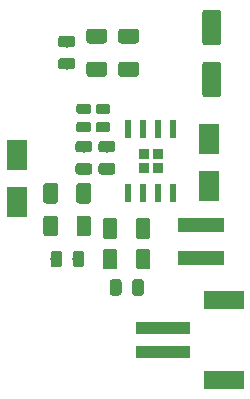
<source format=gtp>
G04 #@! TF.GenerationSoftware,KiCad,Pcbnew,5.0.2-5.0.2*
G04 #@! TF.CreationDate,2019-03-07T18:12:43+01:00*
G04 #@! TF.ProjectId,battery-manager,62617474-6572-4792-9d6d-616e61676572,rev?*
G04 #@! TF.SameCoordinates,PX7270e00PY5f5e100*
G04 #@! TF.FileFunction,Paste,Top*
G04 #@! TF.FilePolarity,Positive*
%FSLAX46Y46*%
G04 Gerber Fmt 4.6, Leading zero omitted, Abs format (unit mm)*
G04 Created by KiCad (PCBNEW 5.0.2-5.0.2) date Do 07 Mär 2019 18:12:43 CET*
%MOMM*%
%LPD*%
G01*
G04 APERTURE LIST*
%ADD10R,1.800000X2.500000*%
%ADD11C,0.100000*%
%ADD12C,0.975000*%
%ADD13R,4.599940X0.998220*%
%ADD14R,3.398520X1.597660*%
%ADD15C,1.250000*%
%ADD16R,3.900000X1.200000*%
%ADD17C,0.850000*%
%ADD18C,1.600000*%
%ADD19R,0.950000X0.950000*%
%ADD20R,0.600000X1.550000*%
G04 APERTURE END LIST*
D10*
G04 #@! TO.C,D4*
X2800000Y22850000D03*
X2800000Y18850000D03*
G04 #@! TD*
D11*
G04 #@! TO.C,R4*
G36*
X6430142Y14748826D02*
X6453803Y14745316D01*
X6477007Y14739504D01*
X6499529Y14731446D01*
X6521153Y14721218D01*
X6541670Y14708921D01*
X6560883Y14694671D01*
X6578607Y14678607D01*
X6594671Y14660883D01*
X6608921Y14641670D01*
X6621218Y14621153D01*
X6631446Y14599529D01*
X6639504Y14577007D01*
X6645316Y14553803D01*
X6648826Y14530142D01*
X6650000Y14506250D01*
X6650000Y13593750D01*
X6648826Y13569858D01*
X6645316Y13546197D01*
X6639504Y13522993D01*
X6631446Y13500471D01*
X6621218Y13478847D01*
X6608921Y13458330D01*
X6594671Y13439117D01*
X6578607Y13421393D01*
X6560883Y13405329D01*
X6541670Y13391079D01*
X6521153Y13378782D01*
X6499529Y13368554D01*
X6477007Y13360496D01*
X6453803Y13354684D01*
X6430142Y13351174D01*
X6406250Y13350000D01*
X5918750Y13350000D01*
X5894858Y13351174D01*
X5871197Y13354684D01*
X5847993Y13360496D01*
X5825471Y13368554D01*
X5803847Y13378782D01*
X5783330Y13391079D01*
X5764117Y13405329D01*
X5746393Y13421393D01*
X5730329Y13439117D01*
X5716079Y13458330D01*
X5703782Y13478847D01*
X5693554Y13500471D01*
X5685496Y13522993D01*
X5679684Y13546197D01*
X5676174Y13569858D01*
X5675000Y13593750D01*
X5675000Y14506250D01*
X5676174Y14530142D01*
X5679684Y14553803D01*
X5685496Y14577007D01*
X5693554Y14599529D01*
X5703782Y14621153D01*
X5716079Y14641670D01*
X5730329Y14660883D01*
X5746393Y14678607D01*
X5764117Y14694671D01*
X5783330Y14708921D01*
X5803847Y14721218D01*
X5825471Y14731446D01*
X5847993Y14739504D01*
X5871197Y14745316D01*
X5894858Y14748826D01*
X5918750Y14750000D01*
X6406250Y14750000D01*
X6430142Y14748826D01*
X6430142Y14748826D01*
G37*
D12*
X6162500Y14050000D03*
D11*
G36*
X8305142Y14748826D02*
X8328803Y14745316D01*
X8352007Y14739504D01*
X8374529Y14731446D01*
X8396153Y14721218D01*
X8416670Y14708921D01*
X8435883Y14694671D01*
X8453607Y14678607D01*
X8469671Y14660883D01*
X8483921Y14641670D01*
X8496218Y14621153D01*
X8506446Y14599529D01*
X8514504Y14577007D01*
X8520316Y14553803D01*
X8523826Y14530142D01*
X8525000Y14506250D01*
X8525000Y13593750D01*
X8523826Y13569858D01*
X8520316Y13546197D01*
X8514504Y13522993D01*
X8506446Y13500471D01*
X8496218Y13478847D01*
X8483921Y13458330D01*
X8469671Y13439117D01*
X8453607Y13421393D01*
X8435883Y13405329D01*
X8416670Y13391079D01*
X8396153Y13378782D01*
X8374529Y13368554D01*
X8352007Y13360496D01*
X8328803Y13354684D01*
X8305142Y13351174D01*
X8281250Y13350000D01*
X7793750Y13350000D01*
X7769858Y13351174D01*
X7746197Y13354684D01*
X7722993Y13360496D01*
X7700471Y13368554D01*
X7678847Y13378782D01*
X7658330Y13391079D01*
X7639117Y13405329D01*
X7621393Y13421393D01*
X7605329Y13439117D01*
X7591079Y13458330D01*
X7578782Y13478847D01*
X7568554Y13500471D01*
X7560496Y13522993D01*
X7554684Y13546197D01*
X7551174Y13569858D01*
X7550000Y13593750D01*
X7550000Y14506250D01*
X7551174Y14530142D01*
X7554684Y14553803D01*
X7560496Y14577007D01*
X7568554Y14599529D01*
X7578782Y14621153D01*
X7591079Y14641670D01*
X7605329Y14660883D01*
X7621393Y14678607D01*
X7639117Y14694671D01*
X7658330Y14708921D01*
X7678847Y14721218D01*
X7700471Y14731446D01*
X7722993Y14739504D01*
X7746197Y14745316D01*
X7769858Y14748826D01*
X7793750Y14750000D01*
X8281250Y14750000D01*
X8305142Y14748826D01*
X8305142Y14748826D01*
G37*
D12*
X8037500Y14050000D03*
G04 #@! TD*
D13*
G04 #@! TO.C,J9*
X15174928Y8196162D03*
X15174928Y6199722D03*
D14*
X20371768Y10596462D03*
X20371768Y3799422D03*
G04 #@! TD*
D11*
G04 #@! TO.C,C8*
G36*
X6083913Y20492510D02*
X6108182Y20488910D01*
X6131980Y20482949D01*
X6155080Y20474684D01*
X6177258Y20464194D01*
X6198302Y20451581D01*
X6218007Y20436967D01*
X6236186Y20420491D01*
X6252662Y20402312D01*
X6267276Y20382607D01*
X6279889Y20361563D01*
X6290379Y20339385D01*
X6298644Y20316285D01*
X6304605Y20292487D01*
X6308205Y20268218D01*
X6309409Y20243714D01*
X6309409Y18993714D01*
X6308205Y18969210D01*
X6304605Y18944941D01*
X6298644Y18921143D01*
X6290379Y18898043D01*
X6279889Y18875865D01*
X6267276Y18854821D01*
X6252662Y18835116D01*
X6236186Y18816937D01*
X6218007Y18800461D01*
X6198302Y18785847D01*
X6177258Y18773234D01*
X6155080Y18762744D01*
X6131980Y18754479D01*
X6108182Y18748518D01*
X6083913Y18744918D01*
X6059409Y18743714D01*
X5309409Y18743714D01*
X5284905Y18744918D01*
X5260636Y18748518D01*
X5236838Y18754479D01*
X5213738Y18762744D01*
X5191560Y18773234D01*
X5170516Y18785847D01*
X5150811Y18800461D01*
X5132632Y18816937D01*
X5116156Y18835116D01*
X5101542Y18854821D01*
X5088929Y18875865D01*
X5078439Y18898043D01*
X5070174Y18921143D01*
X5064213Y18944941D01*
X5060613Y18969210D01*
X5059409Y18993714D01*
X5059409Y20243714D01*
X5060613Y20268218D01*
X5064213Y20292487D01*
X5070174Y20316285D01*
X5078439Y20339385D01*
X5088929Y20361563D01*
X5101542Y20382607D01*
X5116156Y20402312D01*
X5132632Y20420491D01*
X5150811Y20436967D01*
X5170516Y20451581D01*
X5191560Y20464194D01*
X5213738Y20474684D01*
X5236838Y20482949D01*
X5260636Y20488910D01*
X5284905Y20492510D01*
X5309409Y20493714D01*
X6059409Y20493714D01*
X6083913Y20492510D01*
X6083913Y20492510D01*
G37*
D15*
X5684409Y19618714D03*
D11*
G36*
X8883913Y20492510D02*
X8908182Y20488910D01*
X8931980Y20482949D01*
X8955080Y20474684D01*
X8977258Y20464194D01*
X8998302Y20451581D01*
X9018007Y20436967D01*
X9036186Y20420491D01*
X9052662Y20402312D01*
X9067276Y20382607D01*
X9079889Y20361563D01*
X9090379Y20339385D01*
X9098644Y20316285D01*
X9104605Y20292487D01*
X9108205Y20268218D01*
X9109409Y20243714D01*
X9109409Y18993714D01*
X9108205Y18969210D01*
X9104605Y18944941D01*
X9098644Y18921143D01*
X9090379Y18898043D01*
X9079889Y18875865D01*
X9067276Y18854821D01*
X9052662Y18835116D01*
X9036186Y18816937D01*
X9018007Y18800461D01*
X8998302Y18785847D01*
X8977258Y18773234D01*
X8955080Y18762744D01*
X8931980Y18754479D01*
X8908182Y18748518D01*
X8883913Y18744918D01*
X8859409Y18743714D01*
X8109409Y18743714D01*
X8084905Y18744918D01*
X8060636Y18748518D01*
X8036838Y18754479D01*
X8013738Y18762744D01*
X7991560Y18773234D01*
X7970516Y18785847D01*
X7950811Y18800461D01*
X7932632Y18816937D01*
X7916156Y18835116D01*
X7901542Y18854821D01*
X7888929Y18875865D01*
X7878439Y18898043D01*
X7870174Y18921143D01*
X7864213Y18944941D01*
X7860613Y18969210D01*
X7859409Y18993714D01*
X7859409Y20243714D01*
X7860613Y20268218D01*
X7864213Y20292487D01*
X7870174Y20316285D01*
X7878439Y20339385D01*
X7888929Y20361563D01*
X7901542Y20382607D01*
X7916156Y20402312D01*
X7932632Y20420491D01*
X7950811Y20436967D01*
X7970516Y20451581D01*
X7991560Y20464194D01*
X8013738Y20474684D01*
X8036838Y20482949D01*
X8060636Y20488910D01*
X8084905Y20492510D01*
X8109409Y20493714D01*
X8859409Y20493714D01*
X8883913Y20492510D01*
X8883913Y20492510D01*
G37*
D15*
X8484409Y19618714D03*
G04 #@! TD*
D11*
G04 #@! TO.C,C7*
G36*
X12933913Y33542511D02*
X12958182Y33538911D01*
X12981980Y33532950D01*
X13005080Y33524685D01*
X13027258Y33514195D01*
X13048302Y33501582D01*
X13068007Y33486968D01*
X13086186Y33470492D01*
X13102662Y33452313D01*
X13117276Y33432608D01*
X13129889Y33411564D01*
X13140379Y33389386D01*
X13148644Y33366286D01*
X13154605Y33342488D01*
X13158205Y33318219D01*
X13159409Y33293715D01*
X13159409Y32543715D01*
X13158205Y32519211D01*
X13154605Y32494942D01*
X13148644Y32471144D01*
X13140379Y32448044D01*
X13129889Y32425866D01*
X13117276Y32404822D01*
X13102662Y32385117D01*
X13086186Y32366938D01*
X13068007Y32350462D01*
X13048302Y32335848D01*
X13027258Y32323235D01*
X13005080Y32312745D01*
X12981980Y32304480D01*
X12958182Y32298519D01*
X12933913Y32294919D01*
X12909409Y32293715D01*
X11659409Y32293715D01*
X11634905Y32294919D01*
X11610636Y32298519D01*
X11586838Y32304480D01*
X11563738Y32312745D01*
X11541560Y32323235D01*
X11520516Y32335848D01*
X11500811Y32350462D01*
X11482632Y32366938D01*
X11466156Y32385117D01*
X11451542Y32404822D01*
X11438929Y32425866D01*
X11428439Y32448044D01*
X11420174Y32471144D01*
X11414213Y32494942D01*
X11410613Y32519211D01*
X11409409Y32543715D01*
X11409409Y33293715D01*
X11410613Y33318219D01*
X11414213Y33342488D01*
X11420174Y33366286D01*
X11428439Y33389386D01*
X11438929Y33411564D01*
X11451542Y33432608D01*
X11466156Y33452313D01*
X11482632Y33470492D01*
X11500811Y33486968D01*
X11520516Y33501582D01*
X11541560Y33514195D01*
X11563738Y33524685D01*
X11586838Y33532950D01*
X11610636Y33538911D01*
X11634905Y33542511D01*
X11659409Y33543715D01*
X12909409Y33543715D01*
X12933913Y33542511D01*
X12933913Y33542511D01*
G37*
D15*
X12284409Y32918715D03*
D11*
G36*
X12933913Y30742511D02*
X12958182Y30738911D01*
X12981980Y30732950D01*
X13005080Y30724685D01*
X13027258Y30714195D01*
X13048302Y30701582D01*
X13068007Y30686968D01*
X13086186Y30670492D01*
X13102662Y30652313D01*
X13117276Y30632608D01*
X13129889Y30611564D01*
X13140379Y30589386D01*
X13148644Y30566286D01*
X13154605Y30542488D01*
X13158205Y30518219D01*
X13159409Y30493715D01*
X13159409Y29743715D01*
X13158205Y29719211D01*
X13154605Y29694942D01*
X13148644Y29671144D01*
X13140379Y29648044D01*
X13129889Y29625866D01*
X13117276Y29604822D01*
X13102662Y29585117D01*
X13086186Y29566938D01*
X13068007Y29550462D01*
X13048302Y29535848D01*
X13027258Y29523235D01*
X13005080Y29512745D01*
X12981980Y29504480D01*
X12958182Y29498519D01*
X12933913Y29494919D01*
X12909409Y29493715D01*
X11659409Y29493715D01*
X11634905Y29494919D01*
X11610636Y29498519D01*
X11586838Y29504480D01*
X11563738Y29512745D01*
X11541560Y29523235D01*
X11520516Y29535848D01*
X11500811Y29550462D01*
X11482632Y29566938D01*
X11466156Y29585117D01*
X11451542Y29604822D01*
X11438929Y29625866D01*
X11428439Y29648044D01*
X11420174Y29671144D01*
X11414213Y29694942D01*
X11410613Y29719211D01*
X11409409Y29743715D01*
X11409409Y30493715D01*
X11410613Y30518219D01*
X11414213Y30542488D01*
X11420174Y30566286D01*
X11428439Y30589386D01*
X11438929Y30611564D01*
X11451542Y30632608D01*
X11466156Y30652313D01*
X11482632Y30670492D01*
X11500811Y30686968D01*
X11520516Y30701582D01*
X11541560Y30714195D01*
X11563738Y30724685D01*
X11586838Y30732950D01*
X11610636Y30738911D01*
X11634905Y30742511D01*
X11659409Y30743715D01*
X12909409Y30743715D01*
X12933913Y30742511D01*
X12933913Y30742511D01*
G37*
D15*
X12284409Y30118715D03*
G04 #@! TD*
D11*
G04 #@! TO.C,C6*
G36*
X10233913Y30742510D02*
X10258182Y30738910D01*
X10281980Y30732949D01*
X10305080Y30724684D01*
X10327258Y30714194D01*
X10348302Y30701581D01*
X10368007Y30686967D01*
X10386186Y30670491D01*
X10402662Y30652312D01*
X10417276Y30632607D01*
X10429889Y30611563D01*
X10440379Y30589385D01*
X10448644Y30566285D01*
X10454605Y30542487D01*
X10458205Y30518218D01*
X10459409Y30493714D01*
X10459409Y29743714D01*
X10458205Y29719210D01*
X10454605Y29694941D01*
X10448644Y29671143D01*
X10440379Y29648043D01*
X10429889Y29625865D01*
X10417276Y29604821D01*
X10402662Y29585116D01*
X10386186Y29566937D01*
X10368007Y29550461D01*
X10348302Y29535847D01*
X10327258Y29523234D01*
X10305080Y29512744D01*
X10281980Y29504479D01*
X10258182Y29498518D01*
X10233913Y29494918D01*
X10209409Y29493714D01*
X8959409Y29493714D01*
X8934905Y29494918D01*
X8910636Y29498518D01*
X8886838Y29504479D01*
X8863738Y29512744D01*
X8841560Y29523234D01*
X8820516Y29535847D01*
X8800811Y29550461D01*
X8782632Y29566937D01*
X8766156Y29585116D01*
X8751542Y29604821D01*
X8738929Y29625865D01*
X8728439Y29648043D01*
X8720174Y29671143D01*
X8714213Y29694941D01*
X8710613Y29719210D01*
X8709409Y29743714D01*
X8709409Y30493714D01*
X8710613Y30518218D01*
X8714213Y30542487D01*
X8720174Y30566285D01*
X8728439Y30589385D01*
X8738929Y30611563D01*
X8751542Y30632607D01*
X8766156Y30652312D01*
X8782632Y30670491D01*
X8800811Y30686967D01*
X8820516Y30701581D01*
X8841560Y30714194D01*
X8863738Y30724684D01*
X8886838Y30732949D01*
X8910636Y30738910D01*
X8934905Y30742510D01*
X8959409Y30743714D01*
X10209409Y30743714D01*
X10233913Y30742510D01*
X10233913Y30742510D01*
G37*
D15*
X9584409Y30118714D03*
D11*
G36*
X10233913Y33542510D02*
X10258182Y33538910D01*
X10281980Y33532949D01*
X10305080Y33524684D01*
X10327258Y33514194D01*
X10348302Y33501581D01*
X10368007Y33486967D01*
X10386186Y33470491D01*
X10402662Y33452312D01*
X10417276Y33432607D01*
X10429889Y33411563D01*
X10440379Y33389385D01*
X10448644Y33366285D01*
X10454605Y33342487D01*
X10458205Y33318218D01*
X10459409Y33293714D01*
X10459409Y32543714D01*
X10458205Y32519210D01*
X10454605Y32494941D01*
X10448644Y32471143D01*
X10440379Y32448043D01*
X10429889Y32425865D01*
X10417276Y32404821D01*
X10402662Y32385116D01*
X10386186Y32366937D01*
X10368007Y32350461D01*
X10348302Y32335847D01*
X10327258Y32323234D01*
X10305080Y32312744D01*
X10281980Y32304479D01*
X10258182Y32298518D01*
X10233913Y32294918D01*
X10209409Y32293714D01*
X8959409Y32293714D01*
X8934905Y32294918D01*
X8910636Y32298518D01*
X8886838Y32304479D01*
X8863738Y32312744D01*
X8841560Y32323234D01*
X8820516Y32335847D01*
X8800811Y32350461D01*
X8782632Y32366937D01*
X8766156Y32385116D01*
X8751542Y32404821D01*
X8738929Y32425865D01*
X8728439Y32448043D01*
X8720174Y32471143D01*
X8714213Y32494941D01*
X8710613Y32519210D01*
X8709409Y32543714D01*
X8709409Y33293714D01*
X8710613Y33318218D01*
X8714213Y33342487D01*
X8720174Y33366285D01*
X8728439Y33389385D01*
X8738929Y33411563D01*
X8751542Y33432607D01*
X8766156Y33452312D01*
X8782632Y33470491D01*
X8800811Y33486967D01*
X8820516Y33501581D01*
X8841560Y33514194D01*
X8863738Y33524684D01*
X8886838Y33532949D01*
X8910636Y33538910D01*
X8934905Y33542510D01*
X8959409Y33543714D01*
X10209409Y33543714D01*
X10233913Y33542510D01*
X10233913Y33542510D01*
G37*
D15*
X9584409Y32918714D03*
G04 #@! TD*
D16*
G04 #@! TO.C,L1*
X18434409Y16918714D03*
X18434409Y14118714D03*
G04 #@! TD*
D11*
G04 #@! TO.C,D3*
G36*
X8892738Y25642692D02*
X8913366Y25639632D01*
X8933594Y25634565D01*
X8953229Y25627539D01*
X8972081Y25618623D01*
X8989968Y25607902D01*
X9006718Y25595480D01*
X9022169Y25581475D01*
X9036174Y25566024D01*
X9048596Y25549274D01*
X9059317Y25531387D01*
X9068233Y25512535D01*
X9075259Y25492900D01*
X9080326Y25472672D01*
X9083386Y25452044D01*
X9084409Y25431215D01*
X9084409Y25006215D01*
X9083386Y24985386D01*
X9080326Y24964758D01*
X9075259Y24944530D01*
X9068233Y24924895D01*
X9059317Y24906043D01*
X9048596Y24888156D01*
X9036174Y24871406D01*
X9022169Y24855955D01*
X9006718Y24841950D01*
X8989968Y24829528D01*
X8972081Y24818807D01*
X8953229Y24809891D01*
X8933594Y24802865D01*
X8913366Y24797798D01*
X8892738Y24794738D01*
X8871909Y24793715D01*
X8071909Y24793715D01*
X8051080Y24794738D01*
X8030452Y24797798D01*
X8010224Y24802865D01*
X7990589Y24809891D01*
X7971737Y24818807D01*
X7953850Y24829528D01*
X7937100Y24841950D01*
X7921649Y24855955D01*
X7907644Y24871406D01*
X7895222Y24888156D01*
X7884501Y24906043D01*
X7875585Y24924895D01*
X7868559Y24944530D01*
X7863492Y24964758D01*
X7860432Y24985386D01*
X7859409Y25006215D01*
X7859409Y25431215D01*
X7860432Y25452044D01*
X7863492Y25472672D01*
X7868559Y25492900D01*
X7875585Y25512535D01*
X7884501Y25531387D01*
X7895222Y25549274D01*
X7907644Y25566024D01*
X7921649Y25581475D01*
X7937100Y25595480D01*
X7953850Y25607902D01*
X7971737Y25618623D01*
X7990589Y25627539D01*
X8010224Y25634565D01*
X8030452Y25639632D01*
X8051080Y25642692D01*
X8071909Y25643715D01*
X8871909Y25643715D01*
X8892738Y25642692D01*
X8892738Y25642692D01*
G37*
D17*
X8471909Y25218715D03*
D11*
G36*
X10517738Y25642692D02*
X10538366Y25639632D01*
X10558594Y25634565D01*
X10578229Y25627539D01*
X10597081Y25618623D01*
X10614968Y25607902D01*
X10631718Y25595480D01*
X10647169Y25581475D01*
X10661174Y25566024D01*
X10673596Y25549274D01*
X10684317Y25531387D01*
X10693233Y25512535D01*
X10700259Y25492900D01*
X10705326Y25472672D01*
X10708386Y25452044D01*
X10709409Y25431215D01*
X10709409Y25006215D01*
X10708386Y24985386D01*
X10705326Y24964758D01*
X10700259Y24944530D01*
X10693233Y24924895D01*
X10684317Y24906043D01*
X10673596Y24888156D01*
X10661174Y24871406D01*
X10647169Y24855955D01*
X10631718Y24841950D01*
X10614968Y24829528D01*
X10597081Y24818807D01*
X10578229Y24809891D01*
X10558594Y24802865D01*
X10538366Y24797798D01*
X10517738Y24794738D01*
X10496909Y24793715D01*
X9696909Y24793715D01*
X9676080Y24794738D01*
X9655452Y24797798D01*
X9635224Y24802865D01*
X9615589Y24809891D01*
X9596737Y24818807D01*
X9578850Y24829528D01*
X9562100Y24841950D01*
X9546649Y24855955D01*
X9532644Y24871406D01*
X9520222Y24888156D01*
X9509501Y24906043D01*
X9500585Y24924895D01*
X9493559Y24944530D01*
X9488492Y24964758D01*
X9485432Y24985386D01*
X9484409Y25006215D01*
X9484409Y25431215D01*
X9485432Y25452044D01*
X9488492Y25472672D01*
X9493559Y25492900D01*
X9500585Y25512535D01*
X9509501Y25531387D01*
X9520222Y25549274D01*
X9532644Y25566024D01*
X9546649Y25581475D01*
X9562100Y25595480D01*
X9578850Y25607902D01*
X9596737Y25618623D01*
X9615589Y25627539D01*
X9635224Y25634565D01*
X9655452Y25639632D01*
X9676080Y25642692D01*
X9696909Y25643715D01*
X10496909Y25643715D01*
X10517738Y25642692D01*
X10517738Y25642692D01*
G37*
D17*
X10096909Y25218715D03*
G04 #@! TD*
D11*
G04 #@! TO.C,D2*
G36*
X10522737Y27187692D02*
X10543365Y27184632D01*
X10563593Y27179565D01*
X10583228Y27172539D01*
X10602080Y27163623D01*
X10619967Y27152902D01*
X10636717Y27140480D01*
X10652168Y27126475D01*
X10666173Y27111024D01*
X10678595Y27094274D01*
X10689316Y27076387D01*
X10698232Y27057535D01*
X10705258Y27037900D01*
X10710325Y27017672D01*
X10713385Y26997044D01*
X10714408Y26976215D01*
X10714408Y26551215D01*
X10713385Y26530386D01*
X10710325Y26509758D01*
X10705258Y26489530D01*
X10698232Y26469895D01*
X10689316Y26451043D01*
X10678595Y26433156D01*
X10666173Y26416406D01*
X10652168Y26400955D01*
X10636717Y26386950D01*
X10619967Y26374528D01*
X10602080Y26363807D01*
X10583228Y26354891D01*
X10563593Y26347865D01*
X10543365Y26342798D01*
X10522737Y26339738D01*
X10501908Y26338715D01*
X9701908Y26338715D01*
X9681079Y26339738D01*
X9660451Y26342798D01*
X9640223Y26347865D01*
X9620588Y26354891D01*
X9601736Y26363807D01*
X9583849Y26374528D01*
X9567099Y26386950D01*
X9551648Y26400955D01*
X9537643Y26416406D01*
X9525221Y26433156D01*
X9514500Y26451043D01*
X9505584Y26469895D01*
X9498558Y26489530D01*
X9493491Y26509758D01*
X9490431Y26530386D01*
X9489408Y26551215D01*
X9489408Y26976215D01*
X9490431Y26997044D01*
X9493491Y27017672D01*
X9498558Y27037900D01*
X9505584Y27057535D01*
X9514500Y27076387D01*
X9525221Y27094274D01*
X9537643Y27111024D01*
X9551648Y27126475D01*
X9567099Y27140480D01*
X9583849Y27152902D01*
X9601736Y27163623D01*
X9620588Y27172539D01*
X9640223Y27179565D01*
X9660451Y27184632D01*
X9681079Y27187692D01*
X9701908Y27188715D01*
X10501908Y27188715D01*
X10522737Y27187692D01*
X10522737Y27187692D01*
G37*
D17*
X10101908Y26763715D03*
D11*
G36*
X8897737Y27187692D02*
X8918365Y27184632D01*
X8938593Y27179565D01*
X8958228Y27172539D01*
X8977080Y27163623D01*
X8994967Y27152902D01*
X9011717Y27140480D01*
X9027168Y27126475D01*
X9041173Y27111024D01*
X9053595Y27094274D01*
X9064316Y27076387D01*
X9073232Y27057535D01*
X9080258Y27037900D01*
X9085325Y27017672D01*
X9088385Y26997044D01*
X9089408Y26976215D01*
X9089408Y26551215D01*
X9088385Y26530386D01*
X9085325Y26509758D01*
X9080258Y26489530D01*
X9073232Y26469895D01*
X9064316Y26451043D01*
X9053595Y26433156D01*
X9041173Y26416406D01*
X9027168Y26400955D01*
X9011717Y26386950D01*
X8994967Y26374528D01*
X8977080Y26363807D01*
X8958228Y26354891D01*
X8938593Y26347865D01*
X8918365Y26342798D01*
X8897737Y26339738D01*
X8876908Y26338715D01*
X8076908Y26338715D01*
X8056079Y26339738D01*
X8035451Y26342798D01*
X8015223Y26347865D01*
X7995588Y26354891D01*
X7976736Y26363807D01*
X7958849Y26374528D01*
X7942099Y26386950D01*
X7926648Y26400955D01*
X7912643Y26416406D01*
X7900221Y26433156D01*
X7889500Y26451043D01*
X7880584Y26469895D01*
X7873558Y26489530D01*
X7868491Y26509758D01*
X7865431Y26530386D01*
X7864408Y26551215D01*
X7864408Y26976215D01*
X7865431Y26997044D01*
X7868491Y27017672D01*
X7873558Y27037900D01*
X7880584Y27057535D01*
X7889500Y27076387D01*
X7900221Y27094274D01*
X7912643Y27111024D01*
X7926648Y27126475D01*
X7942099Y27140480D01*
X7958849Y27152902D01*
X7976736Y27163623D01*
X7995588Y27172539D01*
X8015223Y27179565D01*
X8035451Y27184632D01*
X8056079Y27187692D01*
X8076908Y27188715D01*
X8876908Y27188715D01*
X8897737Y27187692D01*
X8897737Y27187692D01*
G37*
D17*
X8476908Y26763715D03*
G04 #@! TD*
D11*
G04 #@! TO.C,R3*
G36*
X8964551Y22167540D02*
X8988212Y22164030D01*
X9011416Y22158218D01*
X9033938Y22150160D01*
X9055562Y22139932D01*
X9076079Y22127635D01*
X9095292Y22113385D01*
X9113016Y22097321D01*
X9129080Y22079597D01*
X9143330Y22060384D01*
X9155627Y22039867D01*
X9165855Y22018243D01*
X9173913Y21995721D01*
X9179725Y21972517D01*
X9183235Y21948856D01*
X9184409Y21924964D01*
X9184409Y21437464D01*
X9183235Y21413572D01*
X9179725Y21389911D01*
X9173913Y21366707D01*
X9165855Y21344185D01*
X9155627Y21322561D01*
X9143330Y21302044D01*
X9129080Y21282831D01*
X9113016Y21265107D01*
X9095292Y21249043D01*
X9076079Y21234793D01*
X9055562Y21222496D01*
X9033938Y21212268D01*
X9011416Y21204210D01*
X8988212Y21198398D01*
X8964551Y21194888D01*
X8940659Y21193714D01*
X8028159Y21193714D01*
X8004267Y21194888D01*
X7980606Y21198398D01*
X7957402Y21204210D01*
X7934880Y21212268D01*
X7913256Y21222496D01*
X7892739Y21234793D01*
X7873526Y21249043D01*
X7855802Y21265107D01*
X7839738Y21282831D01*
X7825488Y21302044D01*
X7813191Y21322561D01*
X7802963Y21344185D01*
X7794905Y21366707D01*
X7789093Y21389911D01*
X7785583Y21413572D01*
X7784409Y21437464D01*
X7784409Y21924964D01*
X7785583Y21948856D01*
X7789093Y21972517D01*
X7794905Y21995721D01*
X7802963Y22018243D01*
X7813191Y22039867D01*
X7825488Y22060384D01*
X7839738Y22079597D01*
X7855802Y22097321D01*
X7873526Y22113385D01*
X7892739Y22127635D01*
X7913256Y22139932D01*
X7934880Y22150160D01*
X7957402Y22158218D01*
X7980606Y22164030D01*
X8004267Y22167540D01*
X8028159Y22168714D01*
X8940659Y22168714D01*
X8964551Y22167540D01*
X8964551Y22167540D01*
G37*
D12*
X8484409Y21681214D03*
D11*
G36*
X8964551Y24042540D02*
X8988212Y24039030D01*
X9011416Y24033218D01*
X9033938Y24025160D01*
X9055562Y24014932D01*
X9076079Y24002635D01*
X9095292Y23988385D01*
X9113016Y23972321D01*
X9129080Y23954597D01*
X9143330Y23935384D01*
X9155627Y23914867D01*
X9165855Y23893243D01*
X9173913Y23870721D01*
X9179725Y23847517D01*
X9183235Y23823856D01*
X9184409Y23799964D01*
X9184409Y23312464D01*
X9183235Y23288572D01*
X9179725Y23264911D01*
X9173913Y23241707D01*
X9165855Y23219185D01*
X9155627Y23197561D01*
X9143330Y23177044D01*
X9129080Y23157831D01*
X9113016Y23140107D01*
X9095292Y23124043D01*
X9076079Y23109793D01*
X9055562Y23097496D01*
X9033938Y23087268D01*
X9011416Y23079210D01*
X8988212Y23073398D01*
X8964551Y23069888D01*
X8940659Y23068714D01*
X8028159Y23068714D01*
X8004267Y23069888D01*
X7980606Y23073398D01*
X7957402Y23079210D01*
X7934880Y23087268D01*
X7913256Y23097496D01*
X7892739Y23109793D01*
X7873526Y23124043D01*
X7855802Y23140107D01*
X7839738Y23157831D01*
X7825488Y23177044D01*
X7813191Y23197561D01*
X7802963Y23219185D01*
X7794905Y23241707D01*
X7789093Y23264911D01*
X7785583Y23288572D01*
X7784409Y23312464D01*
X7784409Y23799964D01*
X7785583Y23823856D01*
X7789093Y23847517D01*
X7794905Y23870721D01*
X7802963Y23893243D01*
X7813191Y23914867D01*
X7825488Y23935384D01*
X7839738Y23954597D01*
X7855802Y23972321D01*
X7873526Y23988385D01*
X7892739Y24002635D01*
X7913256Y24014932D01*
X7934880Y24025160D01*
X7957402Y24033218D01*
X7980606Y24039030D01*
X8004267Y24042540D01*
X8028159Y24043714D01*
X8940659Y24043714D01*
X8964551Y24042540D01*
X8964551Y24042540D01*
G37*
D12*
X8484409Y23556214D03*
G04 #@! TD*
D11*
G04 #@! TO.C,R2*
G36*
X6099504Y17723796D02*
X6123773Y17720196D01*
X6147571Y17714235D01*
X6170671Y17705970D01*
X6192849Y17695480D01*
X6213893Y17682867D01*
X6233598Y17668253D01*
X6251777Y17651777D01*
X6268253Y17633598D01*
X6282867Y17613893D01*
X6295480Y17592849D01*
X6305970Y17570671D01*
X6314235Y17547571D01*
X6320196Y17523773D01*
X6323796Y17499504D01*
X6325000Y17475000D01*
X6325000Y16225000D01*
X6323796Y16200496D01*
X6320196Y16176227D01*
X6314235Y16152429D01*
X6305970Y16129329D01*
X6295480Y16107151D01*
X6282867Y16086107D01*
X6268253Y16066402D01*
X6251777Y16048223D01*
X6233598Y16031747D01*
X6213893Y16017133D01*
X6192849Y16004520D01*
X6170671Y15994030D01*
X6147571Y15985765D01*
X6123773Y15979804D01*
X6099504Y15976204D01*
X6075000Y15975000D01*
X5325000Y15975000D01*
X5300496Y15976204D01*
X5276227Y15979804D01*
X5252429Y15985765D01*
X5229329Y15994030D01*
X5207151Y16004520D01*
X5186107Y16017133D01*
X5166402Y16031747D01*
X5148223Y16048223D01*
X5131747Y16066402D01*
X5117133Y16086107D01*
X5104520Y16107151D01*
X5094030Y16129329D01*
X5085765Y16152429D01*
X5079804Y16176227D01*
X5076204Y16200496D01*
X5075000Y16225000D01*
X5075000Y17475000D01*
X5076204Y17499504D01*
X5079804Y17523773D01*
X5085765Y17547571D01*
X5094030Y17570671D01*
X5104520Y17592849D01*
X5117133Y17613893D01*
X5131747Y17633598D01*
X5148223Y17651777D01*
X5166402Y17668253D01*
X5186107Y17682867D01*
X5207151Y17695480D01*
X5229329Y17705970D01*
X5252429Y17714235D01*
X5276227Y17720196D01*
X5300496Y17723796D01*
X5325000Y17725000D01*
X6075000Y17725000D01*
X6099504Y17723796D01*
X6099504Y17723796D01*
G37*
D15*
X5700000Y16850000D03*
D11*
G36*
X8899504Y17723796D02*
X8923773Y17720196D01*
X8947571Y17714235D01*
X8970671Y17705970D01*
X8992849Y17695480D01*
X9013893Y17682867D01*
X9033598Y17668253D01*
X9051777Y17651777D01*
X9068253Y17633598D01*
X9082867Y17613893D01*
X9095480Y17592849D01*
X9105970Y17570671D01*
X9114235Y17547571D01*
X9120196Y17523773D01*
X9123796Y17499504D01*
X9125000Y17475000D01*
X9125000Y16225000D01*
X9123796Y16200496D01*
X9120196Y16176227D01*
X9114235Y16152429D01*
X9105970Y16129329D01*
X9095480Y16107151D01*
X9082867Y16086107D01*
X9068253Y16066402D01*
X9051777Y16048223D01*
X9033598Y16031747D01*
X9013893Y16017133D01*
X8992849Y16004520D01*
X8970671Y15994030D01*
X8947571Y15985765D01*
X8923773Y15979804D01*
X8899504Y15976204D01*
X8875000Y15975000D01*
X8125000Y15975000D01*
X8100496Y15976204D01*
X8076227Y15979804D01*
X8052429Y15985765D01*
X8029329Y15994030D01*
X8007151Y16004520D01*
X7986107Y16017133D01*
X7966402Y16031747D01*
X7948223Y16048223D01*
X7931747Y16066402D01*
X7917133Y16086107D01*
X7904520Y16107151D01*
X7894030Y16129329D01*
X7885765Y16152429D01*
X7879804Y16176227D01*
X7876204Y16200496D01*
X7875000Y16225000D01*
X7875000Y17475000D01*
X7876204Y17499504D01*
X7879804Y17523773D01*
X7885765Y17547571D01*
X7894030Y17570671D01*
X7904520Y17592849D01*
X7917133Y17613893D01*
X7931747Y17633598D01*
X7948223Y17651777D01*
X7966402Y17668253D01*
X7986107Y17682867D01*
X8007151Y17695480D01*
X8029329Y17705970D01*
X8052429Y17714235D01*
X8076227Y17720196D01*
X8100496Y17723796D01*
X8125000Y17725000D01*
X8875000Y17725000D01*
X8899504Y17723796D01*
X8899504Y17723796D01*
G37*
D15*
X8500000Y16850000D03*
G04 #@! TD*
D11*
G04 #@! TO.C,C5*
G36*
X19897673Y30746738D02*
X19921942Y30743138D01*
X19945740Y30737177D01*
X19968840Y30728912D01*
X19991018Y30718422D01*
X20012062Y30705809D01*
X20031767Y30691195D01*
X20049946Y30674719D01*
X20066422Y30656540D01*
X20081036Y30636835D01*
X20093649Y30615791D01*
X20104139Y30593613D01*
X20112404Y30570513D01*
X20118365Y30546715D01*
X20121965Y30522446D01*
X20123169Y30497942D01*
X20123169Y27997942D01*
X20121965Y27973438D01*
X20118365Y27949169D01*
X20112404Y27925371D01*
X20104139Y27902271D01*
X20093649Y27880093D01*
X20081036Y27859049D01*
X20066422Y27839344D01*
X20049946Y27821165D01*
X20031767Y27804689D01*
X20012062Y27790075D01*
X19991018Y27777462D01*
X19968840Y27766972D01*
X19945740Y27758707D01*
X19921942Y27752746D01*
X19897673Y27749146D01*
X19873169Y27747942D01*
X18773169Y27747942D01*
X18748665Y27749146D01*
X18724396Y27752746D01*
X18700598Y27758707D01*
X18677498Y27766972D01*
X18655320Y27777462D01*
X18634276Y27790075D01*
X18614571Y27804689D01*
X18596392Y27821165D01*
X18579916Y27839344D01*
X18565302Y27859049D01*
X18552689Y27880093D01*
X18542199Y27902271D01*
X18533934Y27925371D01*
X18527973Y27949169D01*
X18524373Y27973438D01*
X18523169Y27997942D01*
X18523169Y30497942D01*
X18524373Y30522446D01*
X18527973Y30546715D01*
X18533934Y30570513D01*
X18542199Y30593613D01*
X18552689Y30615791D01*
X18565302Y30636835D01*
X18579916Y30656540D01*
X18596392Y30674719D01*
X18614571Y30691195D01*
X18634276Y30705809D01*
X18655320Y30718422D01*
X18677498Y30728912D01*
X18700598Y30737177D01*
X18724396Y30743138D01*
X18748665Y30746738D01*
X18773169Y30747942D01*
X19873169Y30747942D01*
X19897673Y30746738D01*
X19897673Y30746738D01*
G37*
D18*
X19323169Y29247942D03*
D11*
G36*
X19897673Y35146738D02*
X19921942Y35143138D01*
X19945740Y35137177D01*
X19968840Y35128912D01*
X19991018Y35118422D01*
X20012062Y35105809D01*
X20031767Y35091195D01*
X20049946Y35074719D01*
X20066422Y35056540D01*
X20081036Y35036835D01*
X20093649Y35015791D01*
X20104139Y34993613D01*
X20112404Y34970513D01*
X20118365Y34946715D01*
X20121965Y34922446D01*
X20123169Y34897942D01*
X20123169Y32397942D01*
X20121965Y32373438D01*
X20118365Y32349169D01*
X20112404Y32325371D01*
X20104139Y32302271D01*
X20093649Y32280093D01*
X20081036Y32259049D01*
X20066422Y32239344D01*
X20049946Y32221165D01*
X20031767Y32204689D01*
X20012062Y32190075D01*
X19991018Y32177462D01*
X19968840Y32166972D01*
X19945740Y32158707D01*
X19921942Y32152746D01*
X19897673Y32149146D01*
X19873169Y32147942D01*
X18773169Y32147942D01*
X18748665Y32149146D01*
X18724396Y32152746D01*
X18700598Y32158707D01*
X18677498Y32166972D01*
X18655320Y32177462D01*
X18634276Y32190075D01*
X18614571Y32204689D01*
X18596392Y32221165D01*
X18579916Y32239344D01*
X18565302Y32259049D01*
X18552689Y32280093D01*
X18542199Y32302271D01*
X18533934Y32325371D01*
X18527973Y32349169D01*
X18524373Y32373438D01*
X18523169Y32397942D01*
X18523169Y34897942D01*
X18524373Y34922446D01*
X18527973Y34946715D01*
X18533934Y34970513D01*
X18542199Y34993613D01*
X18552689Y35015791D01*
X18565302Y35036835D01*
X18579916Y35056540D01*
X18596392Y35074719D01*
X18614571Y35091195D01*
X18634276Y35105809D01*
X18655320Y35118422D01*
X18677498Y35128912D01*
X18700598Y35137177D01*
X18724396Y35143138D01*
X18748665Y35146738D01*
X18773169Y35147942D01*
X19873169Y35147942D01*
X19897673Y35146738D01*
X19897673Y35146738D01*
G37*
D18*
X19323169Y33647942D03*
G04 #@! TD*
D11*
G04 #@! TO.C,C4*
G36*
X7514551Y31067540D02*
X7538212Y31064030D01*
X7561416Y31058218D01*
X7583938Y31050160D01*
X7605562Y31039932D01*
X7626079Y31027635D01*
X7645292Y31013385D01*
X7663016Y30997321D01*
X7679080Y30979597D01*
X7693330Y30960384D01*
X7705627Y30939867D01*
X7715855Y30918243D01*
X7723913Y30895721D01*
X7729725Y30872517D01*
X7733235Y30848856D01*
X7734409Y30824964D01*
X7734409Y30337464D01*
X7733235Y30313572D01*
X7729725Y30289911D01*
X7723913Y30266707D01*
X7715855Y30244185D01*
X7705627Y30222561D01*
X7693330Y30202044D01*
X7679080Y30182831D01*
X7663016Y30165107D01*
X7645292Y30149043D01*
X7626079Y30134793D01*
X7605562Y30122496D01*
X7583938Y30112268D01*
X7561416Y30104210D01*
X7538212Y30098398D01*
X7514551Y30094888D01*
X7490659Y30093714D01*
X6578159Y30093714D01*
X6554267Y30094888D01*
X6530606Y30098398D01*
X6507402Y30104210D01*
X6484880Y30112268D01*
X6463256Y30122496D01*
X6442739Y30134793D01*
X6423526Y30149043D01*
X6405802Y30165107D01*
X6389738Y30182831D01*
X6375488Y30202044D01*
X6363191Y30222561D01*
X6352963Y30244185D01*
X6344905Y30266707D01*
X6339093Y30289911D01*
X6335583Y30313572D01*
X6334409Y30337464D01*
X6334409Y30824964D01*
X6335583Y30848856D01*
X6339093Y30872517D01*
X6344905Y30895721D01*
X6352963Y30918243D01*
X6363191Y30939867D01*
X6375488Y30960384D01*
X6389738Y30979597D01*
X6405802Y30997321D01*
X6423526Y31013385D01*
X6442739Y31027635D01*
X6463256Y31039932D01*
X6484880Y31050160D01*
X6507402Y31058218D01*
X6530606Y31064030D01*
X6554267Y31067540D01*
X6578159Y31068714D01*
X7490659Y31068714D01*
X7514551Y31067540D01*
X7514551Y31067540D01*
G37*
D12*
X7034409Y30581214D03*
D11*
G36*
X7514551Y32942540D02*
X7538212Y32939030D01*
X7561416Y32933218D01*
X7583938Y32925160D01*
X7605562Y32914932D01*
X7626079Y32902635D01*
X7645292Y32888385D01*
X7663016Y32872321D01*
X7679080Y32854597D01*
X7693330Y32835384D01*
X7705627Y32814867D01*
X7715855Y32793243D01*
X7723913Y32770721D01*
X7729725Y32747517D01*
X7733235Y32723856D01*
X7734409Y32699964D01*
X7734409Y32212464D01*
X7733235Y32188572D01*
X7729725Y32164911D01*
X7723913Y32141707D01*
X7715855Y32119185D01*
X7705627Y32097561D01*
X7693330Y32077044D01*
X7679080Y32057831D01*
X7663016Y32040107D01*
X7645292Y32024043D01*
X7626079Y32009793D01*
X7605562Y31997496D01*
X7583938Y31987268D01*
X7561416Y31979210D01*
X7538212Y31973398D01*
X7514551Y31969888D01*
X7490659Y31968714D01*
X6578159Y31968714D01*
X6554267Y31969888D01*
X6530606Y31973398D01*
X6507402Y31979210D01*
X6484880Y31987268D01*
X6463256Y31997496D01*
X6442739Y32009793D01*
X6423526Y32024043D01*
X6405802Y32040107D01*
X6389738Y32057831D01*
X6375488Y32077044D01*
X6363191Y32097561D01*
X6352963Y32119185D01*
X6344905Y32141707D01*
X6339093Y32164911D01*
X6335583Y32188572D01*
X6334409Y32212464D01*
X6334409Y32699964D01*
X6335583Y32723856D01*
X6339093Y32747517D01*
X6344905Y32770721D01*
X6352963Y32793243D01*
X6363191Y32814867D01*
X6375488Y32835384D01*
X6389738Y32854597D01*
X6405802Y32872321D01*
X6423526Y32888385D01*
X6442739Y32902635D01*
X6463256Y32914932D01*
X6484880Y32925160D01*
X6507402Y32933218D01*
X6530606Y32939030D01*
X6554267Y32942540D01*
X6578159Y32943714D01*
X7490659Y32943714D01*
X7514551Y32942540D01*
X7514551Y32942540D01*
G37*
D12*
X7034409Y32456214D03*
G04 #@! TD*
D11*
G04 #@! TO.C,C3*
G36*
X11106568Y14921738D02*
X11130837Y14918138D01*
X11154635Y14912177D01*
X11177735Y14903912D01*
X11199913Y14893422D01*
X11220957Y14880809D01*
X11240662Y14866195D01*
X11258841Y14849719D01*
X11275317Y14831540D01*
X11289931Y14811835D01*
X11302544Y14790791D01*
X11313034Y14768613D01*
X11321299Y14745513D01*
X11327260Y14721715D01*
X11330860Y14697446D01*
X11332064Y14672942D01*
X11332064Y13422942D01*
X11330860Y13398438D01*
X11327260Y13374169D01*
X11321299Y13350371D01*
X11313034Y13327271D01*
X11302544Y13305093D01*
X11289931Y13284049D01*
X11275317Y13264344D01*
X11258841Y13246165D01*
X11240662Y13229689D01*
X11220957Y13215075D01*
X11199913Y13202462D01*
X11177735Y13191972D01*
X11154635Y13183707D01*
X11130837Y13177746D01*
X11106568Y13174146D01*
X11082064Y13172942D01*
X10332064Y13172942D01*
X10307560Y13174146D01*
X10283291Y13177746D01*
X10259493Y13183707D01*
X10236393Y13191972D01*
X10214215Y13202462D01*
X10193171Y13215075D01*
X10173466Y13229689D01*
X10155287Y13246165D01*
X10138811Y13264344D01*
X10124197Y13284049D01*
X10111584Y13305093D01*
X10101094Y13327271D01*
X10092829Y13350371D01*
X10086868Y13374169D01*
X10083268Y13398438D01*
X10082064Y13422942D01*
X10082064Y14672942D01*
X10083268Y14697446D01*
X10086868Y14721715D01*
X10092829Y14745513D01*
X10101094Y14768613D01*
X10111584Y14790791D01*
X10124197Y14811835D01*
X10138811Y14831540D01*
X10155287Y14849719D01*
X10173466Y14866195D01*
X10193171Y14880809D01*
X10214215Y14893422D01*
X10236393Y14903912D01*
X10259493Y14912177D01*
X10283291Y14918138D01*
X10307560Y14921738D01*
X10332064Y14922942D01*
X11082064Y14922942D01*
X11106568Y14921738D01*
X11106568Y14921738D01*
G37*
D15*
X10707064Y14047942D03*
D11*
G36*
X13906568Y14921738D02*
X13930837Y14918138D01*
X13954635Y14912177D01*
X13977735Y14903912D01*
X13999913Y14893422D01*
X14020957Y14880809D01*
X14040662Y14866195D01*
X14058841Y14849719D01*
X14075317Y14831540D01*
X14089931Y14811835D01*
X14102544Y14790791D01*
X14113034Y14768613D01*
X14121299Y14745513D01*
X14127260Y14721715D01*
X14130860Y14697446D01*
X14132064Y14672942D01*
X14132064Y13422942D01*
X14130860Y13398438D01*
X14127260Y13374169D01*
X14121299Y13350371D01*
X14113034Y13327271D01*
X14102544Y13305093D01*
X14089931Y13284049D01*
X14075317Y13264344D01*
X14058841Y13246165D01*
X14040662Y13229689D01*
X14020957Y13215075D01*
X13999913Y13202462D01*
X13977735Y13191972D01*
X13954635Y13183707D01*
X13930837Y13177746D01*
X13906568Y13174146D01*
X13882064Y13172942D01*
X13132064Y13172942D01*
X13107560Y13174146D01*
X13083291Y13177746D01*
X13059493Y13183707D01*
X13036393Y13191972D01*
X13014215Y13202462D01*
X12993171Y13215075D01*
X12973466Y13229689D01*
X12955287Y13246165D01*
X12938811Y13264344D01*
X12924197Y13284049D01*
X12911584Y13305093D01*
X12901094Y13327271D01*
X12892829Y13350371D01*
X12886868Y13374169D01*
X12883268Y13398438D01*
X12882064Y13422942D01*
X12882064Y14672942D01*
X12883268Y14697446D01*
X12886868Y14721715D01*
X12892829Y14745513D01*
X12901094Y14768613D01*
X12911584Y14790791D01*
X12924197Y14811835D01*
X12938811Y14831540D01*
X12955287Y14849719D01*
X12973466Y14866195D01*
X12993171Y14880809D01*
X13014215Y14893422D01*
X13036393Y14903912D01*
X13059493Y14912177D01*
X13083291Y14918138D01*
X13107560Y14921738D01*
X13132064Y14922942D01*
X13882064Y14922942D01*
X13906568Y14921738D01*
X13906568Y14921738D01*
G37*
D15*
X13507064Y14047942D03*
G04 #@! TD*
D11*
G04 #@! TO.C,C2*
G36*
X13906568Y17500214D02*
X13930837Y17496614D01*
X13954635Y17490653D01*
X13977735Y17482388D01*
X13999913Y17471898D01*
X14020957Y17459285D01*
X14040662Y17444671D01*
X14058841Y17428195D01*
X14075317Y17410016D01*
X14089931Y17390311D01*
X14102544Y17369267D01*
X14113034Y17347089D01*
X14121299Y17323989D01*
X14127260Y17300191D01*
X14130860Y17275922D01*
X14132064Y17251418D01*
X14132064Y16001418D01*
X14130860Y15976914D01*
X14127260Y15952645D01*
X14121299Y15928847D01*
X14113034Y15905747D01*
X14102544Y15883569D01*
X14089931Y15862525D01*
X14075317Y15842820D01*
X14058841Y15824641D01*
X14040662Y15808165D01*
X14020957Y15793551D01*
X13999913Y15780938D01*
X13977735Y15770448D01*
X13954635Y15762183D01*
X13930837Y15756222D01*
X13906568Y15752622D01*
X13882064Y15751418D01*
X13132064Y15751418D01*
X13107560Y15752622D01*
X13083291Y15756222D01*
X13059493Y15762183D01*
X13036393Y15770448D01*
X13014215Y15780938D01*
X12993171Y15793551D01*
X12973466Y15808165D01*
X12955287Y15824641D01*
X12938811Y15842820D01*
X12924197Y15862525D01*
X12911584Y15883569D01*
X12901094Y15905747D01*
X12892829Y15928847D01*
X12886868Y15952645D01*
X12883268Y15976914D01*
X12882064Y16001418D01*
X12882064Y17251418D01*
X12883268Y17275922D01*
X12886868Y17300191D01*
X12892829Y17323989D01*
X12901094Y17347089D01*
X12911584Y17369267D01*
X12924197Y17390311D01*
X12938811Y17410016D01*
X12955287Y17428195D01*
X12973466Y17444671D01*
X12993171Y17459285D01*
X13014215Y17471898D01*
X13036393Y17482388D01*
X13059493Y17490653D01*
X13083291Y17496614D01*
X13107560Y17500214D01*
X13132064Y17501418D01*
X13882064Y17501418D01*
X13906568Y17500214D01*
X13906568Y17500214D01*
G37*
D15*
X13507064Y16626418D03*
D11*
G36*
X11106568Y17500214D02*
X11130837Y17496614D01*
X11154635Y17490653D01*
X11177735Y17482388D01*
X11199913Y17471898D01*
X11220957Y17459285D01*
X11240662Y17444671D01*
X11258841Y17428195D01*
X11275317Y17410016D01*
X11289931Y17390311D01*
X11302544Y17369267D01*
X11313034Y17347089D01*
X11321299Y17323989D01*
X11327260Y17300191D01*
X11330860Y17275922D01*
X11332064Y17251418D01*
X11332064Y16001418D01*
X11330860Y15976914D01*
X11327260Y15952645D01*
X11321299Y15928847D01*
X11313034Y15905747D01*
X11302544Y15883569D01*
X11289931Y15862525D01*
X11275317Y15842820D01*
X11258841Y15824641D01*
X11240662Y15808165D01*
X11220957Y15793551D01*
X11199913Y15780938D01*
X11177735Y15770448D01*
X11154635Y15762183D01*
X11130837Y15756222D01*
X11106568Y15752622D01*
X11082064Y15751418D01*
X10332064Y15751418D01*
X10307560Y15752622D01*
X10283291Y15756222D01*
X10259493Y15762183D01*
X10236393Y15770448D01*
X10214215Y15780938D01*
X10193171Y15793551D01*
X10173466Y15808165D01*
X10155287Y15824641D01*
X10138811Y15842820D01*
X10124197Y15862525D01*
X10111584Y15883569D01*
X10101094Y15905747D01*
X10092829Y15928847D01*
X10086868Y15952645D01*
X10083268Y15976914D01*
X10082064Y16001418D01*
X10082064Y17251418D01*
X10083268Y17275922D01*
X10086868Y17300191D01*
X10092829Y17323989D01*
X10101094Y17347089D01*
X10111584Y17369267D01*
X10124197Y17390311D01*
X10138811Y17410016D01*
X10155287Y17428195D01*
X10173466Y17444671D01*
X10193171Y17459285D01*
X10214215Y17471898D01*
X10236393Y17482388D01*
X10259493Y17490653D01*
X10283291Y17496614D01*
X10307560Y17500214D01*
X10332064Y17501418D01*
X11082064Y17501418D01*
X11106568Y17500214D01*
X11106568Y17500214D01*
G37*
D15*
X10707064Y16626418D03*
G04 #@! TD*
D11*
G04 #@! TO.C,R1*
G36*
X10914551Y24042539D02*
X10938212Y24039029D01*
X10961416Y24033217D01*
X10983938Y24025159D01*
X11005562Y24014931D01*
X11026079Y24002634D01*
X11045292Y23988384D01*
X11063016Y23972320D01*
X11079080Y23954596D01*
X11093330Y23935383D01*
X11105627Y23914866D01*
X11115855Y23893242D01*
X11123913Y23870720D01*
X11129725Y23847516D01*
X11133235Y23823855D01*
X11134409Y23799963D01*
X11134409Y23312463D01*
X11133235Y23288571D01*
X11129725Y23264910D01*
X11123913Y23241706D01*
X11115855Y23219184D01*
X11105627Y23197560D01*
X11093330Y23177043D01*
X11079080Y23157830D01*
X11063016Y23140106D01*
X11045292Y23124042D01*
X11026079Y23109792D01*
X11005562Y23097495D01*
X10983938Y23087267D01*
X10961416Y23079209D01*
X10938212Y23073397D01*
X10914551Y23069887D01*
X10890659Y23068713D01*
X9978159Y23068713D01*
X9954267Y23069887D01*
X9930606Y23073397D01*
X9907402Y23079209D01*
X9884880Y23087267D01*
X9863256Y23097495D01*
X9842739Y23109792D01*
X9823526Y23124042D01*
X9805802Y23140106D01*
X9789738Y23157830D01*
X9775488Y23177043D01*
X9763191Y23197560D01*
X9752963Y23219184D01*
X9744905Y23241706D01*
X9739093Y23264910D01*
X9735583Y23288571D01*
X9734409Y23312463D01*
X9734409Y23799963D01*
X9735583Y23823855D01*
X9739093Y23847516D01*
X9744905Y23870720D01*
X9752963Y23893242D01*
X9763191Y23914866D01*
X9775488Y23935383D01*
X9789738Y23954596D01*
X9805802Y23972320D01*
X9823526Y23988384D01*
X9842739Y24002634D01*
X9863256Y24014931D01*
X9884880Y24025159D01*
X9907402Y24033217D01*
X9930606Y24039029D01*
X9954267Y24042539D01*
X9978159Y24043713D01*
X10890659Y24043713D01*
X10914551Y24042539D01*
X10914551Y24042539D01*
G37*
D12*
X10434409Y23556213D03*
D11*
G36*
X10914551Y22167539D02*
X10938212Y22164029D01*
X10961416Y22158217D01*
X10983938Y22150159D01*
X11005562Y22139931D01*
X11026079Y22127634D01*
X11045292Y22113384D01*
X11063016Y22097320D01*
X11079080Y22079596D01*
X11093330Y22060383D01*
X11105627Y22039866D01*
X11115855Y22018242D01*
X11123913Y21995720D01*
X11129725Y21972516D01*
X11133235Y21948855D01*
X11134409Y21924963D01*
X11134409Y21437463D01*
X11133235Y21413571D01*
X11129725Y21389910D01*
X11123913Y21366706D01*
X11115855Y21344184D01*
X11105627Y21322560D01*
X11093330Y21302043D01*
X11079080Y21282830D01*
X11063016Y21265106D01*
X11045292Y21249042D01*
X11026079Y21234792D01*
X11005562Y21222495D01*
X10983938Y21212267D01*
X10961416Y21204209D01*
X10938212Y21198397D01*
X10914551Y21194887D01*
X10890659Y21193713D01*
X9978159Y21193713D01*
X9954267Y21194887D01*
X9930606Y21198397D01*
X9907402Y21204209D01*
X9884880Y21212267D01*
X9863256Y21222495D01*
X9842739Y21234792D01*
X9823526Y21249042D01*
X9805802Y21265106D01*
X9789738Y21282830D01*
X9775488Y21302043D01*
X9763191Y21322560D01*
X9752963Y21344184D01*
X9744905Y21366706D01*
X9739093Y21389910D01*
X9735583Y21413571D01*
X9734409Y21437463D01*
X9734409Y21924963D01*
X9735583Y21948855D01*
X9739093Y21972516D01*
X9744905Y21995720D01*
X9752963Y22018242D01*
X9763191Y22039866D01*
X9775488Y22060383D01*
X9789738Y22079596D01*
X9805802Y22097320D01*
X9823526Y22113384D01*
X9842739Y22127634D01*
X9863256Y22139931D01*
X9884880Y22150159D01*
X9907402Y22158217D01*
X9930606Y22164029D01*
X9954267Y22167539D01*
X9978159Y22168713D01*
X10890659Y22168713D01*
X10914551Y22167539D01*
X10914551Y22167539D01*
G37*
D12*
X10434409Y21681213D03*
G04 #@! TD*
D11*
G04 #@! TO.C,C1*
G36*
X13339551Y12346768D02*
X13363212Y12343258D01*
X13386416Y12337446D01*
X13408938Y12329388D01*
X13430562Y12319160D01*
X13451079Y12306863D01*
X13470292Y12292613D01*
X13488016Y12276549D01*
X13504080Y12258825D01*
X13518330Y12239612D01*
X13530627Y12219095D01*
X13540855Y12197471D01*
X13548913Y12174949D01*
X13554725Y12151745D01*
X13558235Y12128084D01*
X13559409Y12104192D01*
X13559409Y11191692D01*
X13558235Y11167800D01*
X13554725Y11144139D01*
X13548913Y11120935D01*
X13540855Y11098413D01*
X13530627Y11076789D01*
X13518330Y11056272D01*
X13504080Y11037059D01*
X13488016Y11019335D01*
X13470292Y11003271D01*
X13451079Y10989021D01*
X13430562Y10976724D01*
X13408938Y10966496D01*
X13386416Y10958438D01*
X13363212Y10952626D01*
X13339551Y10949116D01*
X13315659Y10947942D01*
X12828159Y10947942D01*
X12804267Y10949116D01*
X12780606Y10952626D01*
X12757402Y10958438D01*
X12734880Y10966496D01*
X12713256Y10976724D01*
X12692739Y10989021D01*
X12673526Y11003271D01*
X12655802Y11019335D01*
X12639738Y11037059D01*
X12625488Y11056272D01*
X12613191Y11076789D01*
X12602963Y11098413D01*
X12594905Y11120935D01*
X12589093Y11144139D01*
X12585583Y11167800D01*
X12584409Y11191692D01*
X12584409Y12104192D01*
X12585583Y12128084D01*
X12589093Y12151745D01*
X12594905Y12174949D01*
X12602963Y12197471D01*
X12613191Y12219095D01*
X12625488Y12239612D01*
X12639738Y12258825D01*
X12655802Y12276549D01*
X12673526Y12292613D01*
X12692739Y12306863D01*
X12713256Y12319160D01*
X12734880Y12329388D01*
X12757402Y12337446D01*
X12780606Y12343258D01*
X12804267Y12346768D01*
X12828159Y12347942D01*
X13315659Y12347942D01*
X13339551Y12346768D01*
X13339551Y12346768D01*
G37*
D12*
X13071909Y11647942D03*
D11*
G36*
X11464551Y12346768D02*
X11488212Y12343258D01*
X11511416Y12337446D01*
X11533938Y12329388D01*
X11555562Y12319160D01*
X11576079Y12306863D01*
X11595292Y12292613D01*
X11613016Y12276549D01*
X11629080Y12258825D01*
X11643330Y12239612D01*
X11655627Y12219095D01*
X11665855Y12197471D01*
X11673913Y12174949D01*
X11679725Y12151745D01*
X11683235Y12128084D01*
X11684409Y12104192D01*
X11684409Y11191692D01*
X11683235Y11167800D01*
X11679725Y11144139D01*
X11673913Y11120935D01*
X11665855Y11098413D01*
X11655627Y11076789D01*
X11643330Y11056272D01*
X11629080Y11037059D01*
X11613016Y11019335D01*
X11595292Y11003271D01*
X11576079Y10989021D01*
X11555562Y10976724D01*
X11533938Y10966496D01*
X11511416Y10958438D01*
X11488212Y10952626D01*
X11464551Y10949116D01*
X11440659Y10947942D01*
X10953159Y10947942D01*
X10929267Y10949116D01*
X10905606Y10952626D01*
X10882402Y10958438D01*
X10859880Y10966496D01*
X10838256Y10976724D01*
X10817739Y10989021D01*
X10798526Y11003271D01*
X10780802Y11019335D01*
X10764738Y11037059D01*
X10750488Y11056272D01*
X10738191Y11076789D01*
X10727963Y11098413D01*
X10719905Y11120935D01*
X10714093Y11144139D01*
X10710583Y11167800D01*
X10709409Y11191692D01*
X10709409Y12104192D01*
X10710583Y12128084D01*
X10714093Y12151745D01*
X10719905Y12174949D01*
X10727963Y12197471D01*
X10738191Y12219095D01*
X10750488Y12239612D01*
X10764738Y12258825D01*
X10780802Y12276549D01*
X10798526Y12292613D01*
X10817739Y12306863D01*
X10838256Y12319160D01*
X10859880Y12329388D01*
X10882402Y12337446D01*
X10905606Y12343258D01*
X10929267Y12346768D01*
X10953159Y12347942D01*
X11440659Y12347942D01*
X11464551Y12346768D01*
X11464551Y12346768D01*
G37*
D12*
X11196909Y11647942D03*
G04 #@! TD*
D10*
G04 #@! TO.C,D1*
X19074930Y24216695D03*
X19074930Y20216695D03*
G04 #@! TD*
D19*
G04 #@! TO.C,U1*
X14762429Y21729195D03*
X14762429Y22904195D03*
X13587429Y22904195D03*
X13587429Y21729195D03*
D20*
X16079929Y19616695D03*
X14809929Y19616695D03*
X13539929Y19616695D03*
X12269929Y19616695D03*
X12269929Y25016695D03*
X13539929Y25016695D03*
X14809929Y25016695D03*
X16079929Y25016695D03*
G04 #@! TD*
M02*

</source>
